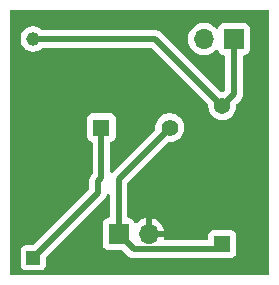
<source format=gbr>
%TF.GenerationSoftware,KiCad,Pcbnew,9.0.0*%
%TF.CreationDate,2025-04-22T16:11:36+05:00*%
%TF.ProjectId,RF Detection Circuit,52462044-6574-4656-9374-696f6e204369,rev?*%
%TF.SameCoordinates,Original*%
%TF.FileFunction,Copper,L1,Top*%
%TF.FilePolarity,Positive*%
%FSLAX46Y46*%
G04 Gerber Fmt 4.6, Leading zero omitted, Abs format (unit mm)*
G04 Created by KiCad (PCBNEW 9.0.0) date 2025-04-22 16:11:36*
%MOMM*%
%LPD*%
G01*
G04 APERTURE LIST*
%TA.AperFunction,ComponentPad*%
%ADD10R,1.150000X1.150000*%
%TD*%
%TA.AperFunction,ComponentPad*%
%ADD11C,1.150000*%
%TD*%
%TA.AperFunction,ComponentPad*%
%ADD12R,1.700000X1.700000*%
%TD*%
%TA.AperFunction,ComponentPad*%
%ADD13O,1.700000X1.700000*%
%TD*%
%TA.AperFunction,ComponentPad*%
%ADD14R,1.371600X1.371600*%
%TD*%
%TA.AperFunction,ComponentPad*%
%ADD15C,1.371600*%
%TD*%
%TA.AperFunction,ComponentPad*%
%ADD16R,1.422400X1.422400*%
%TD*%
%TA.AperFunction,ComponentPad*%
%ADD17C,1.422400*%
%TD*%
%TA.AperFunction,Conductor*%
%ADD18C,0.500000*%
%TD*%
G04 APERTURE END LIST*
D10*
%TO.P,D1,1,K*%
%TO.N,Net-(D1-K)*%
X114000000Y-87500000D03*
D11*
%TO.P,D1,2,A*%
%TO.N,Net-(D1-A)*%
X114000000Y-69000000D03*
%TD*%
D12*
%TO.P,Well_Coil1,1,Pin_1*%
%TO.N,Net-(D1-A)*%
X131000000Y-69000000D03*
D13*
%TO.P,Well_Coil1,2,Pin_2*%
%TO.N,Net-(D1-K)*%
X128460000Y-69000000D03*
%TD*%
D14*
%TO.P,R1,1*%
%TO.N,Net-(Big_Coil1-Pin_1)*%
X130000000Y-86342000D03*
D15*
%TO.P,R1,2*%
%TO.N,Net-(D1-A)*%
X130000000Y-74658000D03*
%TD*%
D12*
%TO.P,Big_Coil1,1,Pin_1*%
%TO.N,Net-(Big_Coil1-Pin_1)*%
X121225000Y-85500000D03*
D13*
%TO.P,Big_Coil1,2,Pin_2*%
%TO.N,GND*%
X123765000Y-85500000D03*
%TD*%
D16*
%TO.P,L2,1,1*%
%TO.N,Net-(D1-K)*%
X119771150Y-76500000D03*
D17*
%TO.P,L2,2,2*%
%TO.N,Net-(Big_Coil1-Pin_1)*%
X125562350Y-76500000D03*
%TD*%
D18*
%TO.N,Net-(Big_Coil1-Pin_1)*%
X121225000Y-80837350D02*
X121225000Y-85500000D01*
X122526000Y-86801000D02*
X121225000Y-85500000D01*
X129541000Y-86801000D02*
X122526000Y-86801000D01*
X125562350Y-76500000D02*
X121225000Y-80837350D01*
X130000000Y-86342000D02*
X129541000Y-86801000D01*
%TO.N,Net-(D1-A)*%
X131000000Y-69000000D02*
X131000000Y-73658000D01*
X114000000Y-69000000D02*
X124342000Y-69000000D01*
X124342000Y-69000000D02*
X130000000Y-74658000D01*
X131000000Y-73658000D02*
X130000000Y-74658000D01*
%TO.N,Net-(D1-K)*%
X114000000Y-87500000D02*
X119500000Y-82000000D01*
X119500000Y-82000000D02*
X119500000Y-81000000D01*
X119771150Y-80728850D02*
X119771150Y-76500000D01*
X119500000Y-81000000D02*
X119771150Y-80728850D01*
%TD*%
%TA.AperFunction,Conductor*%
%TO.N,GND*%
G36*
X133942539Y-66520185D02*
G01*
X133988294Y-66572989D01*
X133999500Y-66624500D01*
X133999500Y-88875500D01*
X133979815Y-88942539D01*
X133927011Y-88988294D01*
X133875500Y-88999500D01*
X112124500Y-88999500D01*
X112057461Y-88979815D01*
X112011706Y-88927011D01*
X112000500Y-88875500D01*
X112000500Y-86877135D01*
X112924500Y-86877135D01*
X112924500Y-88122870D01*
X112924501Y-88122876D01*
X112930908Y-88182483D01*
X112981202Y-88317328D01*
X112981206Y-88317335D01*
X113067452Y-88432544D01*
X113067455Y-88432547D01*
X113182664Y-88518793D01*
X113182671Y-88518797D01*
X113317517Y-88569091D01*
X113317516Y-88569091D01*
X113324444Y-88569835D01*
X113377127Y-88575500D01*
X114622872Y-88575499D01*
X114682483Y-88569091D01*
X114817331Y-88518796D01*
X114932546Y-88432546D01*
X115018796Y-88317331D01*
X115069091Y-88182483D01*
X115075500Y-88122873D01*
X115075499Y-87537228D01*
X115095183Y-87470190D01*
X115111813Y-87449553D01*
X120082952Y-82478415D01*
X120110205Y-82437627D01*
X120165084Y-82355495D01*
X120188518Y-82298920D01*
X120221659Y-82218912D01*
X120228883Y-82182596D01*
X120261267Y-82120685D01*
X120321983Y-82086111D01*
X120391752Y-82089850D01*
X120448425Y-82130716D01*
X120474006Y-82195734D01*
X120474500Y-82206787D01*
X120474500Y-84025500D01*
X120454815Y-84092539D01*
X120402011Y-84138294D01*
X120350505Y-84149500D01*
X120327132Y-84149500D01*
X120327123Y-84149501D01*
X120267516Y-84155908D01*
X120132671Y-84206202D01*
X120132664Y-84206206D01*
X120017455Y-84292452D01*
X120017452Y-84292455D01*
X119931206Y-84407664D01*
X119931202Y-84407671D01*
X119880908Y-84542517D01*
X119874501Y-84602116D01*
X119874500Y-84602135D01*
X119874500Y-86397870D01*
X119874501Y-86397876D01*
X119880908Y-86457483D01*
X119931202Y-86592328D01*
X119931206Y-86592335D01*
X120017452Y-86707544D01*
X120017455Y-86707547D01*
X120132664Y-86793793D01*
X120132671Y-86793797D01*
X120267517Y-86844091D01*
X120267516Y-86844091D01*
X120274444Y-86844835D01*
X120327127Y-86850500D01*
X121462769Y-86850499D01*
X121529808Y-86870184D01*
X121550450Y-86886818D01*
X122047584Y-87383952D01*
X122049672Y-87385347D01*
X122110634Y-87426080D01*
X122110636Y-87426081D01*
X122110639Y-87426083D01*
X122170505Y-87466084D01*
X122170506Y-87466084D01*
X122170507Y-87466085D01*
X122218268Y-87485868D01*
X122307087Y-87522658D01*
X122307091Y-87522658D01*
X122307092Y-87522659D01*
X122452079Y-87551500D01*
X122452082Y-87551500D01*
X129614919Y-87551500D01*
X129719571Y-87530682D01*
X129743764Y-87528299D01*
X130733671Y-87528299D01*
X130733672Y-87528299D01*
X130793283Y-87521891D01*
X130928131Y-87471596D01*
X131043346Y-87385346D01*
X131129596Y-87270131D01*
X131179891Y-87135283D01*
X131186300Y-87075673D01*
X131186299Y-85608328D01*
X131179891Y-85548717D01*
X131137169Y-85434174D01*
X131129597Y-85413871D01*
X131129593Y-85413864D01*
X131043347Y-85298655D01*
X131043344Y-85298652D01*
X130928135Y-85212406D01*
X130928128Y-85212402D01*
X130793282Y-85162108D01*
X130793283Y-85162108D01*
X130733683Y-85155701D01*
X130733681Y-85155700D01*
X130733673Y-85155700D01*
X130733664Y-85155700D01*
X129266329Y-85155700D01*
X129266323Y-85155701D01*
X129206716Y-85162108D01*
X129071871Y-85212402D01*
X129071864Y-85212406D01*
X128956655Y-85298652D01*
X128956652Y-85298655D01*
X128870406Y-85413864D01*
X128870402Y-85413871D01*
X128820108Y-85548717D01*
X128813701Y-85608316D01*
X128813701Y-85608323D01*
X128813700Y-85608335D01*
X128813700Y-85926500D01*
X128794015Y-85993539D01*
X128741211Y-86039294D01*
X128689700Y-86050500D01*
X125176277Y-86050500D01*
X125109238Y-86030815D01*
X125063483Y-85978011D01*
X125053539Y-85908853D01*
X125058346Y-85888182D01*
X125081757Y-85816129D01*
X125081757Y-85816126D01*
X125092231Y-85750000D01*
X124198012Y-85750000D01*
X124230925Y-85692993D01*
X124265000Y-85565826D01*
X124265000Y-85434174D01*
X124230925Y-85307007D01*
X124198012Y-85250000D01*
X125092231Y-85250000D01*
X125081757Y-85183873D01*
X125081757Y-85183870D01*
X125016095Y-84981782D01*
X124919620Y-84792442D01*
X124794727Y-84620540D01*
X124794723Y-84620535D01*
X124644464Y-84470276D01*
X124644459Y-84470272D01*
X124472557Y-84345379D01*
X124283215Y-84248903D01*
X124081124Y-84183241D01*
X124015000Y-84172768D01*
X124015000Y-85066988D01*
X123957993Y-85034075D01*
X123830826Y-85000000D01*
X123699174Y-85000000D01*
X123572007Y-85034075D01*
X123515000Y-85066988D01*
X123515000Y-84172768D01*
X123514999Y-84172768D01*
X123448875Y-84183241D01*
X123246784Y-84248903D01*
X123057442Y-84345379D01*
X122885541Y-84470271D01*
X122771865Y-84583947D01*
X122710542Y-84617431D01*
X122640850Y-84612447D01*
X122584917Y-84570575D01*
X122568002Y-84539598D01*
X122518797Y-84407671D01*
X122518793Y-84407664D01*
X122432547Y-84292455D01*
X122432544Y-84292452D01*
X122317335Y-84206206D01*
X122317328Y-84206202D01*
X122182482Y-84155908D01*
X122182483Y-84155908D01*
X122122883Y-84149501D01*
X122122881Y-84149500D01*
X122122873Y-84149500D01*
X122122865Y-84149500D01*
X122099500Y-84149500D01*
X122032461Y-84129815D01*
X121986706Y-84077011D01*
X121975500Y-84025500D01*
X121975500Y-81199579D01*
X121995185Y-81132540D01*
X122011819Y-81111898D01*
X125375698Y-77748019D01*
X125437021Y-77714534D01*
X125463379Y-77711700D01*
X125657712Y-77711700D01*
X125657713Y-77711700D01*
X125846090Y-77681864D01*
X126027481Y-77622927D01*
X126197419Y-77536339D01*
X126351720Y-77424233D01*
X126486583Y-77289370D01*
X126598689Y-77135069D01*
X126685277Y-76965131D01*
X126744214Y-76783740D01*
X126774050Y-76595363D01*
X126774050Y-76404637D01*
X126744214Y-76216260D01*
X126685277Y-76034869D01*
X126685277Y-76034868D01*
X126598688Y-75864930D01*
X126486583Y-75710630D01*
X126351720Y-75575767D01*
X126197419Y-75463661D01*
X126027481Y-75377072D01*
X126027478Y-75377071D01*
X125846091Y-75318136D01*
X125751901Y-75303218D01*
X125657713Y-75288300D01*
X125466987Y-75288300D01*
X125404194Y-75298245D01*
X125278608Y-75318136D01*
X125097221Y-75377071D01*
X125097218Y-75377072D01*
X124927280Y-75463661D01*
X124772977Y-75575769D01*
X124638119Y-75710627D01*
X124526011Y-75864930D01*
X124439422Y-76034868D01*
X124439421Y-76034871D01*
X124380486Y-76216258D01*
X124350650Y-76404637D01*
X124350650Y-76598969D01*
X124330965Y-76666008D01*
X124314331Y-76686650D01*
X120733331Y-80267650D01*
X120672008Y-80301135D01*
X120602316Y-80296151D01*
X120546383Y-80254279D01*
X120521966Y-80188815D01*
X120521650Y-80179969D01*
X120521650Y-77816817D01*
X120541335Y-77749778D01*
X120594139Y-77704023D01*
X120602317Y-77700635D01*
X120724678Y-77654997D01*
X120724677Y-77654997D01*
X120724681Y-77654996D01*
X120839896Y-77568746D01*
X120926146Y-77453531D01*
X120976441Y-77318683D01*
X120982850Y-77259073D01*
X120982849Y-75740928D01*
X120976441Y-75681317D01*
X120973195Y-75672615D01*
X120926147Y-75546471D01*
X120926143Y-75546464D01*
X120839897Y-75431255D01*
X120839894Y-75431252D01*
X120724685Y-75345006D01*
X120724678Y-75345002D01*
X120589832Y-75294708D01*
X120589833Y-75294708D01*
X120530233Y-75288301D01*
X120530231Y-75288300D01*
X120530223Y-75288300D01*
X120530214Y-75288300D01*
X119012079Y-75288300D01*
X119012073Y-75288301D01*
X118952466Y-75294708D01*
X118817621Y-75345002D01*
X118817614Y-75345006D01*
X118702405Y-75431252D01*
X118702402Y-75431255D01*
X118616156Y-75546464D01*
X118616152Y-75546471D01*
X118565858Y-75681317D01*
X118562707Y-75710630D01*
X118559451Y-75740923D01*
X118559450Y-75740935D01*
X118559450Y-77259070D01*
X118559451Y-77259076D01*
X118565858Y-77318683D01*
X118616152Y-77453528D01*
X118616156Y-77453535D01*
X118702402Y-77568744D01*
X118702405Y-77568747D01*
X118817614Y-77654993D01*
X118817621Y-77654997D01*
X118939983Y-77700635D01*
X118995917Y-77742506D01*
X119020334Y-77807970D01*
X119020650Y-77816817D01*
X119020650Y-80366619D01*
X119000965Y-80433658D01*
X118984331Y-80454300D01*
X118917050Y-80521580D01*
X118917044Y-80521588D01*
X118867812Y-80595268D01*
X118867813Y-80595269D01*
X118834921Y-80644496D01*
X118834914Y-80644508D01*
X118778342Y-80781086D01*
X118778340Y-80781092D01*
X118749500Y-80926079D01*
X118749500Y-81637769D01*
X118729815Y-81704808D01*
X118713181Y-81725450D01*
X114050449Y-86388181D01*
X113989126Y-86421666D01*
X113962768Y-86424500D01*
X113377129Y-86424500D01*
X113377123Y-86424501D01*
X113317516Y-86430908D01*
X113182671Y-86481202D01*
X113182664Y-86481206D01*
X113067455Y-86567452D01*
X113067452Y-86567455D01*
X112981206Y-86682664D01*
X112981202Y-86682671D01*
X112930908Y-86817517D01*
X112924501Y-86877116D01*
X112924500Y-86877135D01*
X112000500Y-86877135D01*
X112000500Y-68915350D01*
X112924500Y-68915350D01*
X112924500Y-69084649D01*
X112950981Y-69251847D01*
X113003296Y-69412853D01*
X113080152Y-69563688D01*
X113179648Y-69700634D01*
X113179652Y-69700639D01*
X113299360Y-69820347D01*
X113299365Y-69820351D01*
X113406054Y-69897864D01*
X113436315Y-69919850D01*
X113532425Y-69968820D01*
X113587146Y-69996703D01*
X113587148Y-69996703D01*
X113587151Y-69996705D01*
X113673450Y-70024745D01*
X113748152Y-70049018D01*
X113915351Y-70075500D01*
X113915356Y-70075500D01*
X114084649Y-70075500D01*
X114251847Y-70049018D01*
X114412849Y-69996705D01*
X114563685Y-69919850D01*
X114700641Y-69820346D01*
X114734168Y-69786819D01*
X114795491Y-69753334D01*
X114821849Y-69750500D01*
X123979770Y-69750500D01*
X124046809Y-69770185D01*
X124067451Y-69786819D01*
X128777381Y-74496748D01*
X128810866Y-74558071D01*
X128813700Y-74584428D01*
X128813700Y-74751364D01*
X128842911Y-74935793D01*
X128900613Y-75113381D01*
X128985385Y-75279757D01*
X129095141Y-75430822D01*
X129227178Y-75562859D01*
X129378243Y-75672615D01*
X129544619Y-75757387D01*
X129722207Y-75815089D01*
X129906636Y-75844300D01*
X129906637Y-75844300D01*
X130093363Y-75844300D01*
X130093364Y-75844300D01*
X130277793Y-75815089D01*
X130455381Y-75757387D01*
X130621757Y-75672615D01*
X130772822Y-75562859D01*
X130904859Y-75430822D01*
X131014615Y-75279757D01*
X131099387Y-75113381D01*
X131157089Y-74935793D01*
X131186300Y-74751364D01*
X131186300Y-74584428D01*
X131205985Y-74517389D01*
X131222619Y-74496747D01*
X131582947Y-74136420D01*
X131582950Y-74136417D01*
X131582950Y-74136416D01*
X131582952Y-74136415D01*
X131616303Y-74086500D01*
X131649884Y-74036244D01*
X131655971Y-74027131D01*
X131665084Y-74013495D01*
X131718235Y-73885178D01*
X131721659Y-73876912D01*
X131750500Y-73731917D01*
X131750500Y-73584082D01*
X131750500Y-70474499D01*
X131770185Y-70407460D01*
X131822989Y-70361705D01*
X131874500Y-70350499D01*
X131897871Y-70350499D01*
X131897872Y-70350499D01*
X131957483Y-70344091D01*
X132092331Y-70293796D01*
X132207546Y-70207546D01*
X132293796Y-70092331D01*
X132344091Y-69957483D01*
X132350500Y-69897873D01*
X132350499Y-68102128D01*
X132344091Y-68042517D01*
X132342810Y-68039083D01*
X132293797Y-67907671D01*
X132293793Y-67907664D01*
X132207547Y-67792455D01*
X132207544Y-67792452D01*
X132092335Y-67706206D01*
X132092328Y-67706202D01*
X131957482Y-67655908D01*
X131957483Y-67655908D01*
X131897883Y-67649501D01*
X131897881Y-67649500D01*
X131897873Y-67649500D01*
X131897864Y-67649500D01*
X130102129Y-67649500D01*
X130102123Y-67649501D01*
X130042516Y-67655908D01*
X129907671Y-67706202D01*
X129907664Y-67706206D01*
X129792455Y-67792452D01*
X129792452Y-67792455D01*
X129706206Y-67907664D01*
X129706203Y-67907669D01*
X129657189Y-68039083D01*
X129615317Y-68095016D01*
X129549853Y-68119433D01*
X129481580Y-68104581D01*
X129453326Y-68083430D01*
X129339786Y-67969890D01*
X129167820Y-67844951D01*
X128978414Y-67748444D01*
X128978413Y-67748443D01*
X128978412Y-67748443D01*
X128776243Y-67682754D01*
X128776241Y-67682753D01*
X128776240Y-67682753D01*
X128614957Y-67657208D01*
X128566287Y-67649500D01*
X128353713Y-67649500D01*
X128305042Y-67657208D01*
X128143760Y-67682753D01*
X127941585Y-67748444D01*
X127752179Y-67844951D01*
X127580213Y-67969890D01*
X127429890Y-68120213D01*
X127304951Y-68292179D01*
X127208444Y-68481585D01*
X127142753Y-68683760D01*
X127109500Y-68893713D01*
X127109500Y-69106286D01*
X127132554Y-69251847D01*
X127142754Y-69316243D01*
X127174143Y-69412849D01*
X127208444Y-69518414D01*
X127304951Y-69707820D01*
X127429890Y-69879786D01*
X127580213Y-70030109D01*
X127752179Y-70155048D01*
X127752181Y-70155049D01*
X127752184Y-70155051D01*
X127941588Y-70251557D01*
X128143757Y-70317246D01*
X128353713Y-70350500D01*
X128353714Y-70350500D01*
X128566286Y-70350500D01*
X128566287Y-70350500D01*
X128776243Y-70317246D01*
X128978412Y-70251557D01*
X129167816Y-70155051D01*
X129339792Y-70030104D01*
X129453329Y-69916566D01*
X129514648Y-69883084D01*
X129584340Y-69888068D01*
X129640274Y-69929939D01*
X129657189Y-69960917D01*
X129706202Y-70092328D01*
X129706206Y-70092335D01*
X129792452Y-70207544D01*
X129792455Y-70207547D01*
X129907664Y-70293793D01*
X129907671Y-70293797D01*
X129952618Y-70310561D01*
X130042517Y-70344091D01*
X130102127Y-70350500D01*
X130125497Y-70350499D01*
X130192536Y-70370181D01*
X130238292Y-70422983D01*
X130249500Y-70474499D01*
X130249500Y-73295770D01*
X130240855Y-73325210D01*
X130234332Y-73355197D01*
X130230577Y-73360212D01*
X130229815Y-73362809D01*
X130213181Y-73383451D01*
X130161251Y-73435381D01*
X130099928Y-73468866D01*
X130073570Y-73471700D01*
X129926429Y-73471700D01*
X129859390Y-73452015D01*
X129838748Y-73435381D01*
X124820415Y-68417047D01*
X124820413Y-68417045D01*
X124771179Y-68384150D01*
X124738355Y-68362218D01*
X124697495Y-68334916D01*
X124697494Y-68334915D01*
X124697492Y-68334914D01*
X124697490Y-68334913D01*
X124560917Y-68278343D01*
X124560907Y-68278340D01*
X124415920Y-68249500D01*
X124415918Y-68249500D01*
X114821849Y-68249500D01*
X114754810Y-68229815D01*
X114734168Y-68213181D01*
X114700639Y-68179652D01*
X114700634Y-68179648D01*
X114563688Y-68080152D01*
X114563687Y-68080151D01*
X114563685Y-68080150D01*
X114516582Y-68056150D01*
X114412853Y-68003296D01*
X114251847Y-67950981D01*
X114084649Y-67924500D01*
X114084644Y-67924500D01*
X113915356Y-67924500D01*
X113915351Y-67924500D01*
X113748152Y-67950981D01*
X113587146Y-68003296D01*
X113436311Y-68080152D01*
X113299365Y-68179648D01*
X113299360Y-68179652D01*
X113179652Y-68299360D01*
X113179648Y-68299365D01*
X113080152Y-68436311D01*
X113003296Y-68587146D01*
X112950981Y-68748152D01*
X112924500Y-68915350D01*
X112000500Y-68915350D01*
X112000500Y-66624500D01*
X112020185Y-66557461D01*
X112072989Y-66511706D01*
X112124500Y-66500500D01*
X133875500Y-66500500D01*
X133942539Y-66520185D01*
G37*
%TD.AperFunction*%
%TD*%
M02*

</source>
